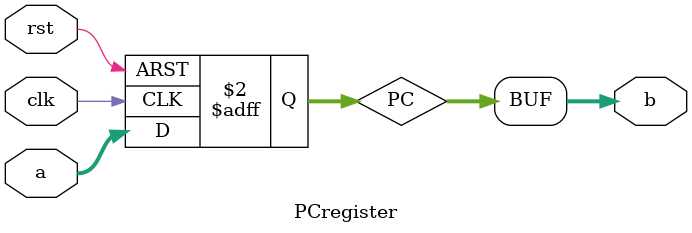
<source format=v>
`timescale 1ns / 1ps


module PCregister(
input[31:0]a,
input clk,rst,
output [31:0]b
    );
reg[31:0]PC;
always@(posedge clk,posedge rst)
begin
    if(rst)PC<=32'b0000_0000_0000_0000_0011_0000_0000_0000;
    else PC<=a;
end
assign b=PC;
endmodule

</source>
